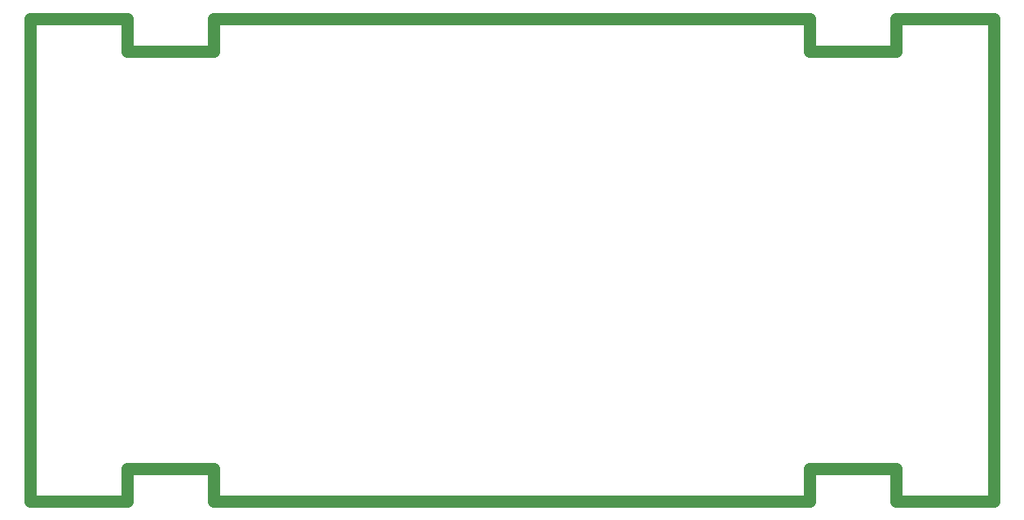
<source format=gm1>
G04*
G04 #@! TF.GenerationSoftware,Altium Limited,Altium Designer,20.0.2 (26)*
G04*
G04 Layer_Color=16711935*
%FSLAX25Y25*%
%MOIN*%
G70*
G01*
G75*
%ADD152C,0.05000*%
D152*
X75000Y0D02*
X318500D01*
X75000Y-13500D02*
Y0D01*
X39500Y-13500D02*
Y0D01*
Y-13500D02*
X75000D01*
X0Y0D02*
X39500D01*
X0Y-197500D02*
Y0D01*
Y-197500D02*
X39500D01*
Y-184000D01*
X75000D01*
Y-197500D02*
X318500D01*
X75000D02*
Y-184000D01*
X318500Y-197500D02*
Y-184000D01*
X354000D01*
Y-197500D02*
Y-184000D01*
Y-197500D02*
X393701D01*
Y0D01*
X318500Y-13500D02*
Y0D01*
Y-13500D02*
X354000D01*
Y0D01*
X393701D01*
M02*

</source>
